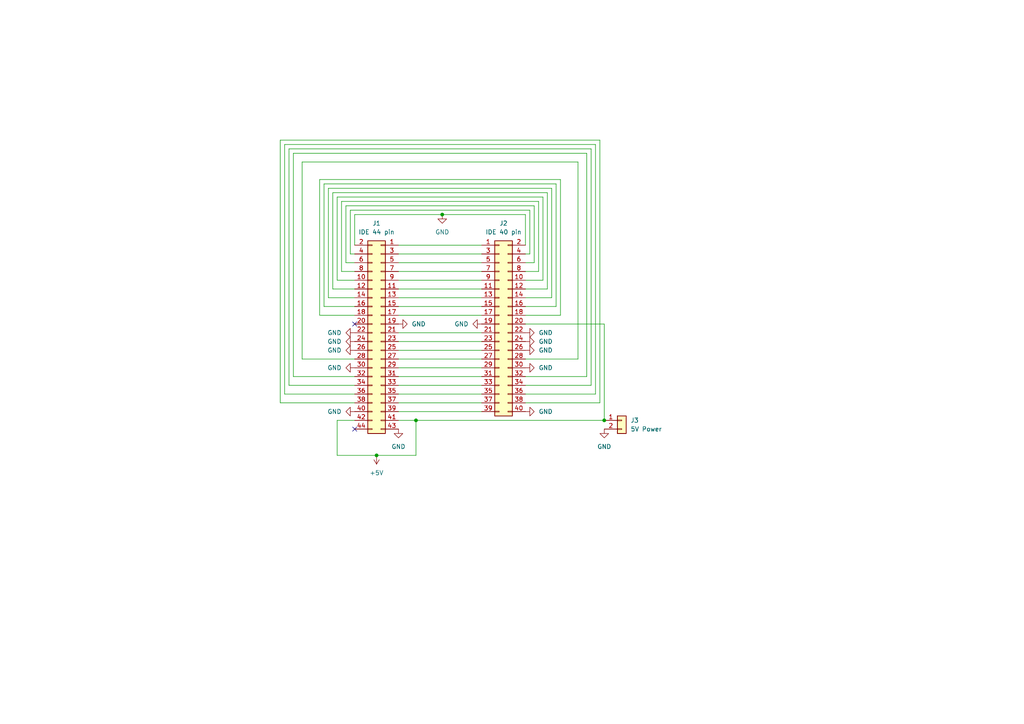
<source format=kicad_sch>
(kicad_sch (version 20211123) (generator eeschema)

  (uuid e63e39d7-6ac0-4ffd-8aa3-1841a4541b55)

  (paper "A4")

  (lib_symbols
    (symbol "Connector_Generic:Conn_01x02" (pin_names (offset 1.016) hide) (in_bom yes) (on_board yes)
      (property "Reference" "J" (id 0) (at 0 2.54 0)
        (effects (font (size 1.27 1.27)))
      )
      (property "Value" "Conn_01x02" (id 1) (at 0 -5.08 0)
        (effects (font (size 1.27 1.27)))
      )
      (property "Footprint" "" (id 2) (at 0 0 0)
        (effects (font (size 1.27 1.27)) hide)
      )
      (property "Datasheet" "~" (id 3) (at 0 0 0)
        (effects (font (size 1.27 1.27)) hide)
      )
      (property "ki_keywords" "connector" (id 4) (at 0 0 0)
        (effects (font (size 1.27 1.27)) hide)
      )
      (property "ki_description" "Generic connector, single row, 01x02, script generated (kicad-library-utils/schlib/autogen/connector/)" (id 5) (at 0 0 0)
        (effects (font (size 1.27 1.27)) hide)
      )
      (property "ki_fp_filters" "Connector*:*_1x??_*" (id 6) (at 0 0 0)
        (effects (font (size 1.27 1.27)) hide)
      )
      (symbol "Conn_01x02_1_1"
        (rectangle (start -1.27 -2.413) (end 0 -2.667)
          (stroke (width 0.1524) (type default) (color 0 0 0 0))
          (fill (type none))
        )
        (rectangle (start -1.27 0.127) (end 0 -0.127)
          (stroke (width 0.1524) (type default) (color 0 0 0 0))
          (fill (type none))
        )
        (rectangle (start -1.27 1.27) (end 1.27 -3.81)
          (stroke (width 0.254) (type default) (color 0 0 0 0))
          (fill (type background))
        )
        (pin passive line (at -5.08 0 0) (length 3.81)
          (name "Pin_1" (effects (font (size 1.27 1.27))))
          (number "1" (effects (font (size 1.27 1.27))))
        )
        (pin passive line (at -5.08 -2.54 0) (length 3.81)
          (name "Pin_2" (effects (font (size 1.27 1.27))))
          (number "2" (effects (font (size 1.27 1.27))))
        )
      )
    )
    (symbol "Connector_Generic:Conn_02x20_Odd_Even" (pin_names (offset 1.016) hide) (in_bom yes) (on_board yes)
      (property "Reference" "J" (id 0) (at 1.27 25.4 0)
        (effects (font (size 1.27 1.27)))
      )
      (property "Value" "Conn_02x20_Odd_Even" (id 1) (at 1.27 -27.94 0)
        (effects (font (size 1.27 1.27)))
      )
      (property "Footprint" "" (id 2) (at 0 0 0)
        (effects (font (size 1.27 1.27)) hide)
      )
      (property "Datasheet" "~" (id 3) (at 0 0 0)
        (effects (font (size 1.27 1.27)) hide)
      )
      (property "ki_keywords" "connector" (id 4) (at 0 0 0)
        (effects (font (size 1.27 1.27)) hide)
      )
      (property "ki_description" "Generic connector, double row, 02x20, odd/even pin numbering scheme (row 1 odd numbers, row 2 even numbers), script generated (kicad-library-utils/schlib/autogen/connector/)" (id 5) (at 0 0 0)
        (effects (font (size 1.27 1.27)) hide)
      )
      (property "ki_fp_filters" "Connector*:*_2x??_*" (id 6) (at 0 0 0)
        (effects (font (size 1.27 1.27)) hide)
      )
      (symbol "Conn_02x20_Odd_Even_1_1"
        (rectangle (start -1.27 -25.273) (end 0 -25.527)
          (stroke (width 0.1524) (type default) (color 0 0 0 0))
          (fill (type none))
        )
        (rectangle (start -1.27 -22.733) (end 0 -22.987)
          (stroke (width 0.1524) (type default) (color 0 0 0 0))
          (fill (type none))
        )
        (rectangle (start -1.27 -20.193) (end 0 -20.447)
          (stroke (width 0.1524) (type default) (color 0 0 0 0))
          (fill (type none))
        )
        (rectangle (start -1.27 -17.653) (end 0 -17.907)
          (stroke (width 0.1524) (type default) (color 0 0 0 0))
          (fill (type none))
        )
        (rectangle (start -1.27 -15.113) (end 0 -15.367)
          (stroke (width 0.1524) (type default) (color 0 0 0 0))
          (fill (type none))
        )
        (rectangle (start -1.27 -12.573) (end 0 -12.827)
          (stroke (width 0.1524) (type default) (color 0 0 0 0))
          (fill (type none))
        )
        (rectangle (start -1.27 -10.033) (end 0 -10.287)
          (stroke (width 0.1524) (type default) (color 0 0 0 0))
          (fill (type none))
        )
        (rectangle (start -1.27 -7.493) (end 0 -7.747)
          (stroke (width 0.1524) (type default) (color 0 0 0 0))
          (fill (type none))
        )
        (rectangle (start -1.27 -4.953) (end 0 -5.207)
          (stroke (width 0.1524) (type default) (color 0 0 0 0))
          (fill (type none))
        )
        (rectangle (start -1.27 -2.413) (end 0 -2.667)
          (stroke (width 0.1524) (type default) (color 0 0 0 0))
          (fill (type none))
        )
        (rectangle (start -1.27 0.127) (end 0 -0.127)
          (stroke (width 0.1524) (type default) (color 0 0 0 0))
          (fill (type none))
        )
        (rectangle (start -1.27 2.667) (end 0 2.413)
          (stroke (width 0.1524) (type default) (color 0 0 0 0))
          (fill (type none))
        )
        (rectangle (start -1.27 5.207) (end 0 4.953)
          (stroke (width 0.1524) (type default) (color 0 0 0 0))
          (fill (type none))
        )
        (rectangle (start -1.27 7.747) (end 0 7.493)
          (stroke (width 0.1524) (type default) (color 0 0 0 0))
          (fill (type none))
        )
        (rectangle (start -1.27 10.287) (end 0 10.033)
          (stroke (width 0.1524) (type default) (color 0 0 0 0))
          (fill (type none))
        )
        (rectangle (start -1.27 12.827) (end 0 12.573)
          (stroke (width 0.1524) (type default) (color 0 0 0 0))
          (fill (type none))
        )
        (rectangle (start -1.27 15.367) (end 0 15.113)
          (stroke (width 0.1524) (type default) (color 0 0 0 0))
          (fill (type none))
        )
        (rectangle (start -1.27 17.907) (end 0 17.653)
          (stroke (width 0.1524) (type default) (color 0 0 0 0))
          (fill (type none))
        )
        (rectangle (start -1.27 20.447) (end 0 20.193)
          (stroke (width 0.1524) (type default) (color 0 0 0 0))
          (fill (type none))
        )
        (rectangle (start -1.27 22.987) (end 0 22.733)
          (stroke (width 0.1524) (type default) (color 0 0 0 0))
          (fill (type none))
        )
        (rectangle (start -1.27 24.13) (end 3.81 -26.67)
          (stroke (width 0.254) (type default) (color 0 0 0 0))
          (fill (type background))
        )
        (rectangle (start 3.81 -25.273) (end 2.54 -25.527)
          (stroke (width 0.1524) (type default) (color 0 0 0 0))
          (fill (type none))
        )
        (rectangle (start 3.81 -22.733) (end 2.54 -22.987)
          (stroke (width 0.1524) (type default) (color 0 0 0 0))
          (fill (type none))
        )
        (rectangle (start 3.81 -20.193) (end 2.54 -20.447)
          (stroke (width 0.1524) (type default) (color 0 0 0 0))
          (fill (type none))
        )
        (rectangle (start 3.81 -17.653) (end 2.54 -17.907)
          (stroke (width 0.1524) (type default) (color 0 0 0 0))
          (fill (type none))
        )
        (rectangle (start 3.81 -15.113) (end 2.54 -15.367)
          (stroke (width 0.1524) (type default) (color 0 0 0 0))
          (fill (type none))
        )
        (rectangle (start 3.81 -12.573) (end 2.54 -12.827)
          (stroke (width 0.1524) (type default) (color 0 0 0 0))
          (fill (type none))
        )
        (rectangle (start 3.81 -10.033) (end 2.54 -10.287)
          (stroke (width 0.1524) (type default) (color 0 0 0 0))
          (fill (type none))
        )
        (rectangle (start 3.81 -7.493) (end 2.54 -7.747)
          (stroke (width 0.1524) (type default) (color 0 0 0 0))
          (fill (type none))
        )
        (rectangle (start 3.81 -4.953) (end 2.54 -5.207)
          (stroke (width 0.1524) (type default) (color 0 0 0 0))
          (fill (type none))
        )
        (rectangle (start 3.81 -2.413) (end 2.54 -2.667)
          (stroke (width 0.1524) (type default) (color 0 0 0 0))
          (fill (type none))
        )
        (rectangle (start 3.81 0.127) (end 2.54 -0.127)
          (stroke (width 0.1524) (type default) (color 0 0 0 0))
          (fill (type none))
        )
        (rectangle (start 3.81 2.667) (end 2.54 2.413)
          (stroke (width 0.1524) (type default) (color 0 0 0 0))
          (fill (type none))
        )
        (rectangle (start 3.81 5.207) (end 2.54 4.953)
          (stroke (width 0.1524) (type default) (color 0 0 0 0))
          (fill (type none))
        )
        (rectangle (start 3.81 7.747) (end 2.54 7.493)
          (stroke (width 0.1524) (type default) (color 0 0 0 0))
          (fill (type none))
        )
        (rectangle (start 3.81 10.287) (end 2.54 10.033)
          (stroke (width 0.1524) (type default) (color 0 0 0 0))
          (fill (type none))
        )
        (rectangle (start 3.81 12.827) (end 2.54 12.573)
          (stroke (width 0.1524) (type default) (color 0 0 0 0))
          (fill (type none))
        )
        (rectangle (start 3.81 15.367) (end 2.54 15.113)
          (stroke (width 0.1524) (type default) (color 0 0 0 0))
          (fill (type none))
        )
        (rectangle (start 3.81 17.907) (end 2.54 17.653)
          (stroke (width 0.1524) (type default) (color 0 0 0 0))
          (fill (type none))
        )
        (rectangle (start 3.81 20.447) (end 2.54 20.193)
          (stroke (width 0.1524) (type default) (color 0 0 0 0))
          (fill (type none))
        )
        (rectangle (start 3.81 22.987) (end 2.54 22.733)
          (stroke (width 0.1524) (type default) (color 0 0 0 0))
          (fill (type none))
        )
        (pin passive line (at -5.08 22.86 0) (length 3.81)
          (name "Pin_1" (effects (font (size 1.27 1.27))))
          (number "1" (effects (font (size 1.27 1.27))))
        )
        (pin passive line (at 7.62 12.7 180) (length 3.81)
          (name "Pin_10" (effects (font (size 1.27 1.27))))
          (number "10" (effects (font (size 1.27 1.27))))
        )
        (pin passive line (at -5.08 10.16 0) (length 3.81)
          (name "Pin_11" (effects (font (size 1.27 1.27))))
          (number "11" (effects (font (size 1.27 1.27))))
        )
        (pin passive line (at 7.62 10.16 180) (length 3.81)
          (name "Pin_12" (effects (font (size 1.27 1.27))))
          (number "12" (effects (font (size 1.27 1.27))))
        )
        (pin passive line (at -5.08 7.62 0) (length 3.81)
          (name "Pin_13" (effects (font (size 1.27 1.27))))
          (number "13" (effects (font (size 1.27 1.27))))
        )
        (pin passive line (at 7.62 7.62 180) (length 3.81)
          (name "Pin_14" (effects (font (size 1.27 1.27))))
          (number "14" (effects (font (size 1.27 1.27))))
        )
        (pin passive line (at -5.08 5.08 0) (length 3.81)
          (name "Pin_15" (effects (font (size 1.27 1.27))))
          (number "15" (effects (font (size 1.27 1.27))))
        )
        (pin passive line (at 7.62 5.08 180) (length 3.81)
          (name "Pin_16" (effects (font (size 1.27 1.27))))
          (number "16" (effects (font (size 1.27 1.27))))
        )
        (pin passive line (at -5.08 2.54 0) (length 3.81)
          (name "Pin_17" (effects (font (size 1.27 1.27))))
          (number "17" (effects (font (size 1.27 1.27))))
        )
        (pin passive line (at 7.62 2.54 180) (length 3.81)
          (name "Pin_18" (effects (font (size 1.27 1.27))))
          (number "18" (effects (font (size 1.27 1.27))))
        )
        (pin passive line (at -5.08 0 0) (length 3.81)
          (name "Pin_19" (effects (font (size 1.27 1.27))))
          (number "19" (effects (font (size 1.27 1.27))))
        )
        (pin passive line (at 7.62 22.86 180) (length 3.81)
          (name "Pin_2" (effects (font (size 1.27 1.27))))
          (number "2" (effects (font (size 1.27 1.27))))
        )
        (pin passive line (at 7.62 0 180) (length 3.81)
          (name "Pin_20" (effects (font (size 1.27 1.27))))
          (number "20" (effects (font (size 1.27 1.27))))
        )
        (pin passive line (at -5.08 -2.54 0) (length 3.81)
          (name "Pin_21" (effects (font (size 1.27 1.27))))
          (number "21" (effects (font (size 1.27 1.27))))
        )
        (pin passive line (at 7.62 -2.54 180) (length 3.81)
          (name "Pin_22" (effects (font (size 1.27 1.27))))
          (number "22" (effects (font (size 1.27 1.27))))
        )
        (pin passive line (at -5.08 -5.08 0) (length 3.81)
          (name "Pin_23" (effects (font (size 1.27 1.27))))
          (number "23" (effects (font (size 1.27 1.27))))
        )
        (pin passive line (at 7.62 -5.08 180) (length 3.81)
          (name "Pin_24" (effects (font (size 1.27 1.27))))
          (number "24" (effects (font (size 1.27 1.27))))
        )
        (pin passive line (at -5.08 -7.62 0) (length 3.81)
          (name "Pin_25" (effects (font (size 1.27 1.27))))
          (number "25" (effects (font (size 1.27 1.27))))
        )
        (pin passive line (at 7.62 -7.62 180) (length 3.81)
          (name "Pin_26" (effects (font (size 1.27 1.27))))
          (number "26" (effects (font (size 1.27 1.27))))
        )
        (pin passive line (at -5.08 -10.16 0) (length 3.81)
          (name "Pin_27" (effects (font (size 1.27 1.27))))
          (number "27" (effects (font (size 1.27 1.27))))
        )
        (pin passive line (at 7.62 -10.16 180) (length 3.81)
          (name "Pin_28" (effects (font (size 1.27 1.27))))
          (number "28" (effects (font (size 1.27 1.27))))
        )
        (pin passive line (at -5.08 -12.7 0) (length 3.81)
          (name "Pin_29" (effects (font (size 1.27 1.27))))
          (number "29" (effects (font (size 1.27 1.27))))
        )
        (pin passive line (at -5.08 20.32 0) (length 3.81)
          (name "Pin_3" (effects (font (size 1.27 1.27))))
          (number "3" (effects (font (size 1.27 1.27))))
        )
        (pin passive line (at 7.62 -12.7 180) (length 3.81)
          (name "Pin_30" (effects (font (size 1.27 1.27))))
          (number "30" (effects (font (size 1.27 1.27))))
        )
        (pin passive line (at -5.08 -15.24 0) (length 3.81)
          (name "Pin_31" (effects (font (size 1.27 1.27))))
          (number "31" (effects (font (size 1.27 1.27))))
        )
        (pin passive line (at 7.62 -15.24 180) (length 3.81)
          (name "Pin_32" (effects (font (size 1.27 1.27))))
          (number "32" (effects (font (size 1.27 1.27))))
        )
        (pin passive line (at -5.08 -17.78 0) (length 3.81)
          (name "Pin_33" (effects (font (size 1.27 1.27))))
          (number "33" (effects (font (size 1.27 1.27))))
        )
        (pin passive line (at 7.62 -17.78 180) (length 3.81)
          (name "Pin_34" (effects (font (size 1.27 1.27))))
          (number "34" (effects (font (size 1.27 1.27))))
        )
        (pin passive line (at -5.08 -20.32 0) (length 3.81)
          (name "Pin_35" (effects (font (size 1.27 1.27))))
          (number "35" (effects (font (size 1.27 1.27))))
        )
        (pin passive line (at 7.62 -20.32 180) (length 3.81)
          (name "Pin_36" (effects (font (size 1.27 1.27))))
          (number "36" (effects (font (size 1.27 1.27))))
        )
        (pin passive line (at -5.08 -22.86 0) (length 3.81)
          (name "Pin_37" (effects (font (size 1.27 1.27))))
          (number "37" (effects (font (size 1.27 1.27))))
        )
        (pin passive line (at 7.62 -22.86 180) (length 3.81)
          (name "Pin_38" (effects (font (size 1.27 1.27))))
          (number "38" (effects (font (size 1.27 1.27))))
        )
        (pin passive line (at -5.08 -25.4 0) (length 3.81)
          (name "Pin_39" (effects (font (size 1.27 1.27))))
          (number "39" (effects (font (size 1.27 1.27))))
        )
        (pin passive line (at 7.62 20.32 180) (length 3.81)
          (name "Pin_4" (effects (font (size 1.27 1.27))))
          (number "4" (effects (font (size 1.27 1.27))))
        )
        (pin passive line (at 7.62 -25.4 180) (length 3.81)
          (name "Pin_40" (effects (font (size 1.27 1.27))))
          (number "40" (effects (font (size 1.27 1.27))))
        )
        (pin passive line (at -5.08 17.78 0) (length 3.81)
          (name "Pin_5" (effects (font (size 1.27 1.27))))
          (number "5" (effects (font (size 1.27 1.27))))
        )
        (pin passive line (at 7.62 17.78 180) (length 3.81)
          (name "Pin_6" (effects (font (size 1.27 1.27))))
          (number "6" (effects (font (size 1.27 1.27))))
        )
        (pin passive line (at -5.08 15.24 0) (length 3.81)
          (name "Pin_7" (effects (font (size 1.27 1.27))))
          (number "7" (effects (font (size 1.27 1.27))))
        )
        (pin passive line (at 7.62 15.24 180) (length 3.81)
          (name "Pin_8" (effects (font (size 1.27 1.27))))
          (number "8" (effects (font (size 1.27 1.27))))
        )
        (pin passive line (at -5.08 12.7 0) (length 3.81)
          (name "Pin_9" (effects (font (size 1.27 1.27))))
          (number "9" (effects (font (size 1.27 1.27))))
        )
      )
    )
    (symbol "Connector_Generic:Conn_02x22_Odd_Even" (pin_names (offset 1.016) hide) (in_bom yes) (on_board yes)
      (property "Reference" "J" (id 0) (at 1.27 27.94 0)
        (effects (font (size 1.27 1.27)))
      )
      (property "Value" "Conn_02x22_Odd_Even" (id 1) (at 1.27 -30.48 0)
        (effects (font (size 1.27 1.27)))
      )
      (property "Footprint" "" (id 2) (at 0 0 0)
        (effects (font (size 1.27 1.27)) hide)
      )
      (property "Datasheet" "~" (id 3) (at 0 0 0)
        (effects (font (size 1.27 1.27)) hide)
      )
      (property "ki_keywords" "connector" (id 4) (at 0 0 0)
        (effects (font (size 1.27 1.27)) hide)
      )
      (property "ki_description" "Generic connector, double row, 02x22, odd/even pin numbering scheme (row 1 odd numbers, row 2 even numbers), script generated (kicad-library-utils/schlib/autogen/connector/)" (id 5) (at 0 0 0)
        (effects (font (size 1.27 1.27)) hide)
      )
      (property "ki_fp_filters" "Connector*:*_2x??_*" (id 6) (at 0 0 0)
        (effects (font (size 1.27 1.27)) hide)
      )
      (symbol "Conn_02x22_Odd_Even_1_1"
        (rectangle (start -1.27 -27.813) (end 0 -28.067)
          (stroke (width 0.1524) (type default) (color 0 0 0 0))
          (fill (type none))
        )
        (rectangle (start -1.27 -25.273) (end 0 -25.527)
          (stroke (width 0.1524) (type default) (color 0 0 0 0))
          (fill (type none))
        )
        (rectangle (start -1.27 -22.733) (end 0 -22.987)
          (stroke (width 0.1524) (type default) (color 0 0 0 0))
          (fill (type none))
        )
        (rectangle (start -1.27 -20.193) (end 0 -20.447)
          (stroke (width 0.1524) (type default) (color 0 0 0 0))
          (fill (type none))
        )
        (rectangle (start -1.27 -17.653) (end 0 -17.907)
          (stroke (width 0.1524) (type default) (color 0 0 0 0))
          (fill (type none))
        )
        (rectangle (start -1.27 -15.113) (end 0 -15.367)
          (stroke (width 0.1524) (type default) (color 0 0 0 0))
          (fill (type none))
        )
        (rectangle (start -1.27 -12.573) (end 0 -12.827)
          (stroke (width 0.1524) (type default) (color 0 0 0 0))
          (fill (type none))
        )
        (rectangle (start -1.27 -10.033) (end 0 -10.287)
          (stroke (width 0.1524) (type default) (color 0 0 0 0))
          (fill (type none))
        )
        (rectangle (start -1.27 -7.493) (end 0 -7.747)
          (stroke (width 0.1524) (type default) (color 0 0 0 0))
          (fill (type none))
        )
        (rectangle (start -1.27 -4.953) (end 0 -5.207)
          (stroke (width 0.1524) (type default) (color 0 0 0 0))
          (fill (type none))
        )
        (rectangle (start -1.27 -2.413) (end 0 -2.667)
          (stroke (width 0.1524) (type default) (color 0 0 0 0))
          (fill (type none))
        )
        (rectangle (start -1.27 0.127) (end 0 -0.127)
          (stroke (width 0.1524) (type default) (color 0 0 0 0))
          (fill (type none))
        )
        (rectangle (start -1.27 2.667) (end 0 2.413)
          (stroke (width 0.1524) (type default) (color 0 0 0 0))
          (fill (type none))
        )
        (rectangle (start -1.27 5.207) (end 0 4.953)
          (stroke (width 0.1524) (type default) (color 0 0 0 0))
          (fill (type none))
        )
        (rectangle (start -1.27 7.747) (end 0 7.493)
          (stroke (width 0.1524) (type default) (color 0 0 0 0))
          (fill (type none))
        )
        (rectangle (start -1.27 10.287) (end 0 10.033)
          (stroke (width 0.1524) (type default) (color 0 0 0 0))
          (fill (type none))
        )
        (rectangle (start -1.27 12.827) (end 0 12.573)
          (stroke (width 0.1524) (type default) (color 0 0 0 0))
          (fill (type none))
        )
        (rectangle (start -1.27 15.367) (end 0 15.113)
          (stroke (width 0.1524) (type default) (color 0 0 0 0))
          (fill (type none))
        )
        (rectangle (start -1.27 17.907) (end 0 17.653)
          (stroke (width 0.1524) (type default) (color 0 0 0 0))
          (fill (type none))
        )
        (rectangle (start -1.27 20.447) (end 0 20.193)
          (stroke (width 0.1524) (type default) (color 0 0 0 0))
          (fill (type none))
        )
        (rectangle (start -1.27 22.987) (end 0 22.733)
          (stroke (width 0.1524) (type default) (color 0 0 0 0))
          (fill (type none))
        )
        (rectangle (start -1.27 25.527) (end 0 25.273)
          (stroke (width 0.1524) (type default) (color 0 0 0 0))
          (fill (type none))
        )
        (rectangle (start -1.27 26.67) (end 3.81 -29.21)
          (stroke (width 0.254) (type default) (color 0 0 0 0))
          (fill (type background))
        )
        (rectangle (start 3.81 -27.813) (end 2.54 -28.067)
          (stroke (width 0.1524) (type default) (color 0 0 0 0))
          (fill (type none))
        )
        (rectangle (start 3.81 -25.273) (end 2.54 -25.527)
          (stroke (width 0.1524) (type default) (color 0 0 0 0))
          (fill (type none))
        )
        (rectangle (start 3.81 -22.733) (end 2.54 -22.987)
          (stroke (width 0.1524) (type default) (color 0 0 0 0))
          (fill (type none))
        )
        (rectangle (start 3.81 -20.193) (end 2.54 -20.447)
          (stroke (width 0.1524) (type default) (color 0 0 0 0))
          (fill (type none))
        )
        (rectangle (start 3.81 -17.653) (end 2.54 -17.907)
          (stroke (width 0.1524) (type default) (color 0 0 0 0))
          (fill (type none))
        )
        (rectangle (start 3.81 -15.113) (end 2.54 -15.367)
          (stroke (width 0.1524) (type default) (color 0 0 0 0))
          (fill (type none))
        )
        (rectangle (start 3.81 -12.573) (end 2.54 -12.827)
          (stroke (width 0.1524) (type default) (color 0 0 0 0))
          (fill (type none))
        )
        (rectangle (start 3.81 -10.033) (end 2.54 -10.287)
          (stroke (width 0.1524) (type default) (color 0 0 0 0))
          (fill (type none))
        )
        (rectangle (start 3.81 -7.493) (end 2.54 -7.747)
          (stroke (width 0.1524) (type default) (color 0 0 0 0))
          (fill (type none))
        )
        (rectangle (start 3.81 -4.953) (end 2.54 -5.207)
          (stroke (width 0.1524) (type default) (color 0 0 0 0))
          (fill (type none))
        )
        (rectangle (start 3.81 -2.413) (end 2.54 -2.667)
          (stroke (width 0.1524) (type default) (color 0 0 0 0))
          (fill (type none))
        )
        (rectangle (start 3.81 0.127) (end 2.54 -0.127)
          (stroke (width 0.1524) (type default) (color 0 0 0 0))
          (fill (type none))
        )
        (rectangle (start 3.81 2.667) (end 2.54 2.413)
          (stroke (width 0.1524) (type default) (color 0 0 0 0))
          (fill (type none))
        )
        (rectangle (start 3.81 5.207) (end 2.54 4.953)
          (stroke (width 0.1524) (type default) (color 0 0 0 0))
          (fill (type none))
        )
        (rectangle (start 3.81 7.747) (end 2.54 7.493)
          (stroke (width 0.1524) (type default) (color 0 0 0 0))
          (fill (type none))
        )
        (rectangle (start 3.81 10.287) (end 2.54 10.033)
          (stroke (width 0.1524) (type default) (color 0 0 0 0))
          (fill (type none))
        )
        (rectangle (start 3.81 12.827) (end 2.54 12.573)
          (stroke (width 0.1524) (type default) (color 0 0 0 0))
          (fill (type none))
        )
        (rectangle (start 3.81 15.367) (end 2.54 15.113)
          (stroke (width 0.1524) (type default) (color 0 0 0 0))
          (fill (type none))
        )
        (rectangle (start 3.81 17.907) (end 2.54 17.653)
          (stroke (width 0.1524) (type default) (color 0 0 0 0))
          (fill (type none))
        )
        (rectangle (start 3.81 20.447) (end 2.54 20.193)
          (stroke (width 0.1524) (type default) (color 0 0 0 0))
          (fill (type none))
        )
        (rectangle (start 3.81 22.987) (end 2.54 22.733)
          (stroke (width 0.1524) (type default) (color 0 0 0 0))
          (fill (type none))
        )
        (rectangle (start 3.81 25.527) (end 2.54 25.273)
          (stroke (width 0.1524) (type default) (color 0 0 0 0))
          (fill (type none))
        )
        (pin passive line (at -5.08 25.4 0) (length 3.81)
          (name "Pin_1" (effects (font (size 1.27 1.27))))
          (number "1" (effects (font (size 1.27 1.27))))
        )
        (pin passive line (at 7.62 15.24 180) (length 3.81)
          (name "Pin_10" (effects (font (size 1.27 1.27))))
          (number "10" (effects (font (size 1.27 1.27))))
        )
        (pin passive line (at -5.08 12.7 0) (length 3.81)
          (name "Pin_11" (effects (font (size 1.27 1.27))))
          (number "11" (effects (font (size 1.27 1.27))))
        )
        (pin passive line (at 7.62 12.7 180) (length 3.81)
          (name "Pin_12" (effects (font (size 1.27 1.27))))
          (number "12" (effects (font (size 1.27 1.27))))
        )
        (pin passive line (at -5.08 10.16 0) (length 3.81)
          (name "Pin_13" (effects (font (size 1.27 1.27))))
          (number "13" (effects (font (size 1.27 1.27))))
        )
        (pin passive line (at 7.62 10.16 180) (length 3.81)
          (name "Pin_14" (effects (font (size 1.27 1.27))))
          (number "14" (effects (font (size 1.27 1.27))))
        )
        (pin passive line (at -5.08 7.62 0) (length 3.81)
          (name "Pin_15" (effects (font (size 1.27 1.27))))
          (number "15" (effects (font (size 1.27 1.27))))
        )
        (pin passive line (at 7.62 7.62 180) (length 3.81)
          (name "Pin_16" (effects (font (size 1.27 1.27))))
          (number "16" (effects (font (size 1.27 1.27))))
        )
        (pin passive line (at -5.08 5.08 0) (length 3.81)
          (name "Pin_17" (effects (font (size 1.27 1.27))))
          (number "17" (effects (font (size 1.27 1.27))))
        )
        (pin passive line (at 7.62 5.08 180) (length 3.81)
          (name "Pin_18" (effects (font (size 1.27 1.27))))
          (number "18" (effects (font (size 1.27 1.27))))
        )
        (pin passive line (at -5.08 2.54 0) (length 3.81)
          (name "Pin_19" (effects (font (size 1.27 1.27))))
          (number "19" (effects (font (size 1.27 1.27))))
        )
        (pin passive line (at 7.62 25.4 180) (length 3.81)
          (name "Pin_2" (effects (font (size 1.27 1.27))))
          (number "2" (effects (font (size 1.27 1.27))))
        )
        (pin passive line (at 7.62 2.54 180) (length 3.81)
          (name "Pin_20" (effects (font (size 1.27 1.27))))
          (number "20" (effects (font (size 1.27 1.27))))
        )
        (pin passive line (at -5.08 0 0) (length 3.81)
          (name "Pin_21" (effects (font (size 1.27 1.27))))
          (number "21" (effects (font (size 1.27 1.27))))
        )
        (pin passive line (at 7.62 0 180) (length 3.81)
          (name "Pin_22" (effects (font (size 1.27 1.27))))
          (number "22" (effects (font (size 1.27 1.27))))
        )
        (pin passive line (at -5.08 -2.54 0) (length 3.81)
          (name "Pin_23" (effects (font (size 1.27 1.27))))
          (number "23" (effects (font (size 1.27 1.27))))
        )
        (pin passive line (at 7.62 -2.54 180) (length 3.81)
          (name "Pin_24" (effects (font (size 1.27 1.27))))
          (number "24" (effects (font (size 1.27 1.27))))
        )
        (pin passive line (at -5.08 -5.08 0) (length 3.81)
          (name "Pin_25" (effects (font (size 1.27 1.27))))
          (number "25" (effects (font (size 1.27 1.27))))
        )
        (pin passive line (at 7.62 -5.08 180) (length 3.81)
          (name "Pin_26" (effects (font (size 1.27 1.27))))
          (number "26" (effects (font (size 1.27 1.27))))
        )
        (pin passive line (at -5.08 -7.62 0) (length 3.81)
          (name "Pin_27" (effects (font (size 1.27 1.27))))
          (number "27" (effects (font (size 1.27 1.27))))
        )
        (pin passive line (at 7.62 -7.62 180) (length 3.81)
          (name "Pin_28" (effects (font (size 1.27 1.27))))
          (number "28" (effects (font (size 1.27 1.27))))
        )
        (pin passive line (at -5.08 -10.16 0) (length 3.81)
          (name "Pin_29" (effects (font (size 1.27 1.27))))
          (number "29" (effects (font (size 1.27 1.27))))
        )
        (pin passive line (at -5.08 22.86 0) (length 3.81)
          (name "Pin_3" (effects (font (size 1.27 1.27))))
          (number "3" (effects (font (size 1.27 1.27))))
        )
        (pin passive line (at 7.62 -10.16 180) (length 3.81)
          (name "Pin_30" (effects (font (size 1.27 1.27))))
          (number "30" (effects (font (size 1.27 1.27))))
        )
        (pin passive line (at -5.08 -12.7 0) (length 3.81)
          (name "Pin_31" (effects (font (size 1.27 1.27))))
          (number "31" (effects (font (size 1.27 1.27))))
        )
        (pin passive line (at 7.62 -12.7 180) (length 3.81)
          (name "Pin_32" (effects (font (size 1.27 1.27))))
          (number "32" (effects (font (size 1.27 1.27))))
        )
        (pin passive line (at -5.08 -15.24 0) (length 3.81)
          (name "Pin_33" (effects (font (size 1.27 1.27))))
          (number "33" (effects (font (size 1.27 1.27))))
        )
        (pin passive line (at 7.62 -15.24 180) (length 3.81)
          (name "Pin_34" (effects (font (size 1.27 1.27))))
          (number "34" (effects (font (size 1.27 1.27))))
        )
        (pin passive line (at -5.08 -17.78 0) (length 3.81)
          (name "Pin_35" (effects (font (size 1.27 1.27))))
          (number "35" (effects (font (size 1.27 1.27))))
        )
        (pin passive line (at 7.62 -17.78 180) (length 3.81)
          (name "Pin_36" (effects (font (size 1.27 1.27))))
          (number "36" (effects (font (size 1.27 1.27))))
        )
        (pin passive line (at -5.08 -20.32 0) (length 3.81)
          (name "Pin_37" (effects (font (size 1.27 1.27))))
          (number "37" (effects (font (size 1.27 1.27))))
        )
        (pin passive line (at 7.62 -20.32 180) (length 3.81)
          (name "Pin_38" (effects (font (size 1.27 1.27))))
          (number "38" (effects (font (size 1.27 1.27))))
        )
        (pin passive line (at -5.08 -22.86 0) (length 3.81)
          (name "Pin_39" (effects (font (size 1.27 1.27))))
          (number "39" (effects (font (size 1.27 1.27))))
        )
        (pin passive line (at 7.62 22.86 180) (length 3.81)
          (name "Pin_4" (effects (font (size 1.27 1.27))))
          (number "4" (effects (font (size 1.27 1.27))))
        )
        (pin passive line (at 7.62 -22.86 180) (length 3.81)
          (name "Pin_40" (effects (font (size 1.27 1.27))))
          (number "40" (effects (font (size 1.27 1.27))))
        )
        (pin passive line (at -5.08 -25.4 0) (length 3.81)
          (name "Pin_41" (effects (font (size 1.27 1.27))))
          (number "41" (effects (font (size 1.27 1.27))))
        )
        (pin passive line (at 7.62 -25.4 180) (length 3.81)
          (name "Pin_42" (effects (font (size 1.27 1.27))))
          (number "42" (effects (font (size 1.27 1.27))))
        )
        (pin passive line (at -5.08 -27.94 0) (length 3.81)
          (name "Pin_43" (effects (font (size 1.27 1.27))))
          (number "43" (effects (font (size 1.27 1.27))))
        )
        (pin passive line (at 7.62 -27.94 180) (length 3.81)
          (name "Pin_44" (effects (font (size 1.27 1.27))))
          (number "44" (effects (font (size 1.27 1.27))))
        )
        (pin passive line (at -5.08 20.32 0) (length 3.81)
          (name "Pin_5" (effects (font (size 1.27 1.27))))
          (number "5" (effects (font (size 1.27 1.27))))
        )
        (pin passive line (at 7.62 20.32 180) (length 3.81)
          (name "Pin_6" (effects (font (size 1.27 1.27))))
          (number "6" (effects (font (size 1.27 1.27))))
        )
        (pin passive line (at -5.08 17.78 0) (length 3.81)
          (name "Pin_7" (effects (font (size 1.27 1.27))))
          (number "7" (effects (font (size 1.27 1.27))))
        )
        (pin passive line (at 7.62 17.78 180) (length 3.81)
          (name "Pin_8" (effects (font (size 1.27 1.27))))
          (number "8" (effects (font (size 1.27 1.27))))
        )
        (pin passive line (at -5.08 15.24 0) (length 3.81)
          (name "Pin_9" (effects (font (size 1.27 1.27))))
          (number "9" (effects (font (size 1.27 1.27))))
        )
      )
    )
    (symbol "power:+5V" (power) (pin_names (offset 0)) (in_bom yes) (on_board yes)
      (property "Reference" "#PWR" (id 0) (at 0 -3.81 0)
        (effects (font (size 1.27 1.27)) hide)
      )
      (property "Value" "+5V" (id 1) (at 0 3.556 0)
        (effects (font (size 1.27 1.27)))
      )
      (property "Footprint" "" (id 2) (at 0 0 0)
        (effects (font (size 1.27 1.27)) hide)
      )
      (property "Datasheet" "" (id 3) (at 0 0 0)
        (effects (font (size 1.27 1.27)) hide)
      )
      (property "ki_keywords" "power-flag" (id 4) (at 0 0 0)
        (effects (font (size 1.27 1.27)) hide)
      )
      (property "ki_description" "Power symbol creates a global label with name \"+5V\"" (id 5) (at 0 0 0)
        (effects (font (size 1.27 1.27)) hide)
      )
      (symbol "+5V_0_1"
        (polyline
          (pts
            (xy -0.762 1.27)
            (xy 0 2.54)
          )
          (stroke (width 0) (type default) (color 0 0 0 0))
          (fill (type none))
        )
        (polyline
          (pts
            (xy 0 0)
            (xy 0 2.54)
          )
          (stroke (width 0) (type default) (color 0 0 0 0))
          (fill (type none))
        )
        (polyline
          (pts
            (xy 0 2.54)
            (xy 0.762 1.27)
          )
          (stroke (width 0) (type default) (color 0 0 0 0))
          (fill (type none))
        )
      )
      (symbol "+5V_1_1"
        (pin power_in line (at 0 0 90) (length 0) hide
          (name "+5V" (effects (font (size 1.27 1.27))))
          (number "1" (effects (font (size 1.27 1.27))))
        )
      )
    )
    (symbol "power:GND" (power) (pin_names (offset 0)) (in_bom yes) (on_board yes)
      (property "Reference" "#PWR" (id 0) (at 0 -6.35 0)
        (effects (font (size 1.27 1.27)) hide)
      )
      (property "Value" "GND" (id 1) (at 0 -3.81 0)
        (effects (font (size 1.27 1.27)))
      )
      (property "Footprint" "" (id 2) (at 0 0 0)
        (effects (font (size 1.27 1.27)) hide)
      )
      (property "Datasheet" "" (id 3) (at 0 0 0)
        (effects (font (size 1.27 1.27)) hide)
      )
      (property "ki_keywords" "power-flag" (id 4) (at 0 0 0)
        (effects (font (size 1.27 1.27)) hide)
      )
      (property "ki_description" "Power symbol creates a global label with name \"GND\" , ground" (id 5) (at 0 0 0)
        (effects (font (size 1.27 1.27)) hide)
      )
      (symbol "GND_0_1"
        (polyline
          (pts
            (xy 0 0)
            (xy 0 -1.27)
            (xy 1.27 -1.27)
            (xy 0 -2.54)
            (xy -1.27 -1.27)
            (xy 0 -1.27)
          )
          (stroke (width 0) (type default) (color 0 0 0 0))
          (fill (type none))
        )
      )
      (symbol "GND_1_1"
        (pin power_in line (at 0 0 270) (length 0) hide
          (name "GND" (effects (font (size 1.27 1.27))))
          (number "1" (effects (font (size 1.27 1.27))))
        )
      )
    )
  )

  (junction (at 128.27 62.23) (diameter 0) (color 0 0 0 0)
    (uuid 7ffcc817-1b0b-40ea-9fce-5233a1f37719)
  )
  (junction (at 175.26 121.92) (diameter 0) (color 0 0 0 0)
    (uuid b9a45cb5-c140-487a-ac21-29936486c7d5)
  )
  (junction (at 109.22 132.08) (diameter 0) (color 0 0 0 0)
    (uuid e1e6735b-83b9-48f2-b69a-3f60cb6c7d22)
  )
  (junction (at 120.65 121.92) (diameter 0) (color 0 0 0 0)
    (uuid e41af935-99c7-4a0b-9924-e5ad0598bd2d)
  )

  (no_connect (at 102.87 124.46) (uuid 1c99880a-6448-4140-ad06-2d54e078a49b))
  (no_connect (at 102.87 93.98) (uuid 7d462d61-a0c7-4654-99dd-ed0db566ff96))

  (wire (pts (xy 161.29 88.9) (xy 152.4 88.9))
    (stroke (width 0) (type default) (color 0 0 0 0))
    (uuid 04a9410d-9f16-415e-9c69-c4fa3c595c15)
  )
  (wire (pts (xy 87.63 46.99) (xy 87.63 104.14))
    (stroke (width 0) (type default) (color 0 0 0 0))
    (uuid 07d8b9e7-0815-4061-8de0-5c9b5d0f26aa)
  )
  (wire (pts (xy 162.56 91.44) (xy 162.56 52.07))
    (stroke (width 0) (type default) (color 0 0 0 0))
    (uuid 0c8de49f-64be-42ac-a7f4-5a3908664434)
  )
  (wire (pts (xy 160.02 54.61) (xy 160.02 86.36))
    (stroke (width 0) (type default) (color 0 0 0 0))
    (uuid 0e853998-0d56-4746-8012-7d2b193eab3b)
  )
  (wire (pts (xy 109.22 132.08) (xy 120.65 132.08))
    (stroke (width 0) (type default) (color 0 0 0 0))
    (uuid 10abe5ff-7267-4a7a-b112-4114bbd2e2ce)
  )
  (wire (pts (xy 158.75 83.82) (xy 152.4 83.82))
    (stroke (width 0) (type default) (color 0 0 0 0))
    (uuid 1120c7a6-e606-43d0-95ff-f9cad19ea9e9)
  )
  (wire (pts (xy 115.57 104.14) (xy 139.7 104.14))
    (stroke (width 0) (type default) (color 0 0 0 0))
    (uuid 14015b63-54ce-4e0e-9698-fcc940da5f21)
  )
  (wire (pts (xy 115.57 73.66) (xy 139.7 73.66))
    (stroke (width 0) (type default) (color 0 0 0 0))
    (uuid 14d88b2f-e2ab-4c1c-b489-d68a2a5d8f14)
  )
  (wire (pts (xy 175.26 121.92) (xy 175.26 93.98))
    (stroke (width 0) (type default) (color 0 0 0 0))
    (uuid 16a67030-e38a-4d26-a8bf-826ae16f995f)
  )
  (wire (pts (xy 115.57 86.36) (xy 139.7 86.36))
    (stroke (width 0) (type default) (color 0 0 0 0))
    (uuid 1809ffde-d839-4196-95ca-4fb5acab08d4)
  )
  (wire (pts (xy 96.52 83.82) (xy 96.52 55.88))
    (stroke (width 0) (type default) (color 0 0 0 0))
    (uuid 195c32ad-336c-48f6-b5ae-6e3b44ddae2e)
  )
  (wire (pts (xy 102.87 81.28) (xy 97.79 81.28))
    (stroke (width 0) (type default) (color 0 0 0 0))
    (uuid 19e03d7e-0f88-402d-984c-a4843a1bc72a)
  )
  (wire (pts (xy 120.65 121.92) (xy 115.57 121.92))
    (stroke (width 0) (type default) (color 0 0 0 0))
    (uuid 1b902c96-3bc0-49b1-aa9b-7bb00ad2cda8)
  )
  (wire (pts (xy 172.72 114.3) (xy 172.72 41.91))
    (stroke (width 0) (type default) (color 0 0 0 0))
    (uuid 1d8462eb-6282-456a-939c-4a3a3eb61453)
  )
  (wire (pts (xy 167.64 46.99) (xy 87.63 46.99))
    (stroke (width 0) (type default) (color 0 0 0 0))
    (uuid 1dfd3899-f982-46ec-aad1-1384e39aad1a)
  )
  (wire (pts (xy 157.48 57.15) (xy 157.48 81.28))
    (stroke (width 0) (type default) (color 0 0 0 0))
    (uuid 1eb35457-e836-4ea6-a64f-1a6f1b73f965)
  )
  (wire (pts (xy 97.79 57.15) (xy 157.48 57.15))
    (stroke (width 0) (type default) (color 0 0 0 0))
    (uuid 1ef8798e-ed23-4e3e-996e-0bb9256a2293)
  )
  (wire (pts (xy 170.18 109.22) (xy 170.18 44.45))
    (stroke (width 0) (type default) (color 0 0 0 0))
    (uuid 1fede027-f4cb-43df-8d53-de4cb86a7ea7)
  )
  (wire (pts (xy 93.98 53.34) (xy 161.29 53.34))
    (stroke (width 0) (type default) (color 0 0 0 0))
    (uuid 24c1697f-6ef4-40b0-9e85-eaadd2a598a1)
  )
  (wire (pts (xy 115.57 119.38) (xy 139.7 119.38))
    (stroke (width 0) (type default) (color 0 0 0 0))
    (uuid 334d2aea-23a6-47a1-8548-51ea33472ce4)
  )
  (wire (pts (xy 160.02 86.36) (xy 152.4 86.36))
    (stroke (width 0) (type default) (color 0 0 0 0))
    (uuid 37d815d9-e3b7-4148-858f-da027f872960)
  )
  (wire (pts (xy 85.09 44.45) (xy 85.09 109.22))
    (stroke (width 0) (type default) (color 0 0 0 0))
    (uuid 3a801748-6d9e-4dca-8ee5-5a13de14e9f3)
  )
  (wire (pts (xy 152.4 62.23) (xy 152.4 71.12))
    (stroke (width 0) (type default) (color 0 0 0 0))
    (uuid 3b9d14ad-81c0-42fa-a13b-7c041e56e41e)
  )
  (wire (pts (xy 83.82 111.76) (xy 102.87 111.76))
    (stroke (width 0) (type default) (color 0 0 0 0))
    (uuid 3c09b8de-30ff-471c-9c06-d20185dc4957)
  )
  (wire (pts (xy 102.87 121.92) (xy 97.79 121.92))
    (stroke (width 0) (type default) (color 0 0 0 0))
    (uuid 3d90e24d-6dcc-4ef1-8441-5cbd72af7209)
  )
  (wire (pts (xy 97.79 132.08) (xy 109.22 132.08))
    (stroke (width 0) (type default) (color 0 0 0 0))
    (uuid 3db4e417-8e00-4dba-8600-7dea41d2c691)
  )
  (wire (pts (xy 167.64 104.14) (xy 167.64 46.99))
    (stroke (width 0) (type default) (color 0 0 0 0))
    (uuid 424358fa-0908-4959-b9e7-6f8b89508a13)
  )
  (wire (pts (xy 156.21 58.42) (xy 156.21 78.74))
    (stroke (width 0) (type default) (color 0 0 0 0))
    (uuid 447374da-29f6-4b8a-ada6-5ec3bfbb88f5)
  )
  (wire (pts (xy 115.57 101.6) (xy 139.7 101.6))
    (stroke (width 0) (type default) (color 0 0 0 0))
    (uuid 468abf45-29da-4b34-8993-946ffcba34ac)
  )
  (wire (pts (xy 102.87 86.36) (xy 95.25 86.36))
    (stroke (width 0) (type default) (color 0 0 0 0))
    (uuid 470c27c9-78f6-4aeb-8d2f-6c144562f4d0)
  )
  (wire (pts (xy 99.06 58.42) (xy 156.21 58.42))
    (stroke (width 0) (type default) (color 0 0 0 0))
    (uuid 48edfec8-0300-4147-bcff-4ea3c14bc852)
  )
  (wire (pts (xy 153.67 73.66) (xy 152.4 73.66))
    (stroke (width 0) (type default) (color 0 0 0 0))
    (uuid 4b2990fe-ba4e-43b0-a4ca-eae9ee5b451a)
  )
  (wire (pts (xy 173.99 116.84) (xy 173.99 40.64))
    (stroke (width 0) (type default) (color 0 0 0 0))
    (uuid 52d25a31-da27-4389-8404-35c79d4e8e0b)
  )
  (wire (pts (xy 115.57 78.74) (xy 139.7 78.74))
    (stroke (width 0) (type default) (color 0 0 0 0))
    (uuid 550f0640-8047-4233-9ef3-d7771db4169c)
  )
  (wire (pts (xy 115.57 109.22) (xy 139.7 109.22))
    (stroke (width 0) (type default) (color 0 0 0 0))
    (uuid 574d5065-f79d-4379-ba29-a6ba00d9e137)
  )
  (wire (pts (xy 99.06 78.74) (xy 99.06 58.42))
    (stroke (width 0) (type default) (color 0 0 0 0))
    (uuid 593e50a7-7ed3-42a3-8a6e-1252992af59d)
  )
  (wire (pts (xy 152.4 109.22) (xy 170.18 109.22))
    (stroke (width 0) (type default) (color 0 0 0 0))
    (uuid 5d9fdbd7-23f7-4aa0-94d9-419292e84138)
  )
  (wire (pts (xy 82.55 114.3) (xy 102.87 114.3))
    (stroke (width 0) (type default) (color 0 0 0 0))
    (uuid 5f15fa2c-fe87-46d8-a652-e0d24bc4f661)
  )
  (wire (pts (xy 115.57 81.28) (xy 139.7 81.28))
    (stroke (width 0) (type default) (color 0 0 0 0))
    (uuid 5f91e67c-921b-46b2-a3f7-51cb111a63b3)
  )
  (wire (pts (xy 170.18 44.45) (xy 85.09 44.45))
    (stroke (width 0) (type default) (color 0 0 0 0))
    (uuid 5fb0c1f6-b145-4aca-8f48-715ddf6b7d5e)
  )
  (wire (pts (xy 97.79 121.92) (xy 97.79 132.08))
    (stroke (width 0) (type default) (color 0 0 0 0))
    (uuid 6022daa0-3a9b-4256-9318-d3505eace248)
  )
  (wire (pts (xy 115.57 96.52) (xy 139.7 96.52))
    (stroke (width 0) (type default) (color 0 0 0 0))
    (uuid 620b18af-ec5e-4aec-ae8f-bb2de1ca211d)
  )
  (wire (pts (xy 102.87 88.9) (xy 93.98 88.9))
    (stroke (width 0) (type default) (color 0 0 0 0))
    (uuid 62196198-6ce4-4bc7-8e57-20da6f373485)
  )
  (wire (pts (xy 128.27 62.23) (xy 152.4 62.23))
    (stroke (width 0) (type default) (color 0 0 0 0))
    (uuid 63ad98f8-cc4e-4724-a3b9-4c2c467e3825)
  )
  (wire (pts (xy 92.71 91.44) (xy 102.87 91.44))
    (stroke (width 0) (type default) (color 0 0 0 0))
    (uuid 68e6c6fc-4a3d-4aa2-b43e-596116c4b1b4)
  )
  (wire (pts (xy 153.67 60.96) (xy 153.67 73.66))
    (stroke (width 0) (type default) (color 0 0 0 0))
    (uuid 690b67da-0d2e-48a3-9239-530236f6dd5b)
  )
  (wire (pts (xy 152.4 116.84) (xy 173.99 116.84))
    (stroke (width 0) (type default) (color 0 0 0 0))
    (uuid 6d32f487-1288-483f-8423-299f895eaa7d)
  )
  (wire (pts (xy 115.57 88.9) (xy 139.7 88.9))
    (stroke (width 0) (type default) (color 0 0 0 0))
    (uuid 6d849ac5-0ae1-4605-94be-f47a8af2295a)
  )
  (wire (pts (xy 93.98 88.9) (xy 93.98 53.34))
    (stroke (width 0) (type default) (color 0 0 0 0))
    (uuid 71eaa40a-faf4-492a-aa10-49a5cdcc3365)
  )
  (wire (pts (xy 120.65 132.08) (xy 120.65 121.92))
    (stroke (width 0) (type default) (color 0 0 0 0))
    (uuid 77fe34cf-a9ba-4112-81ff-6785fbe7cfb0)
  )
  (wire (pts (xy 87.63 104.14) (xy 102.87 104.14))
    (stroke (width 0) (type default) (color 0 0 0 0))
    (uuid 78d16e63-b8ef-4e8b-b509-e768d36b4c4f)
  )
  (wire (pts (xy 156.21 78.74) (xy 152.4 78.74))
    (stroke (width 0) (type default) (color 0 0 0 0))
    (uuid 7a93b59d-e469-4406-ac7e-7d62cbcd734b)
  )
  (wire (pts (xy 173.99 40.64) (xy 81.28 40.64))
    (stroke (width 0) (type default) (color 0 0 0 0))
    (uuid 7f897776-7040-4e9a-b226-803fe677696c)
  )
  (wire (pts (xy 102.87 76.2) (xy 100.33 76.2))
    (stroke (width 0) (type default) (color 0 0 0 0))
    (uuid 7ff55e3e-0c1c-4979-bdf8-ff1380ac5586)
  )
  (wire (pts (xy 154.94 76.2) (xy 152.4 76.2))
    (stroke (width 0) (type default) (color 0 0 0 0))
    (uuid 8a177a4b-d220-4f13-b04d-ce6517ff8a41)
  )
  (wire (pts (xy 81.28 116.84) (xy 102.87 116.84))
    (stroke (width 0) (type default) (color 0 0 0 0))
    (uuid 8aa90af1-ddbe-4756-9563-3e44e1582f86)
  )
  (wire (pts (xy 96.52 55.88) (xy 158.75 55.88))
    (stroke (width 0) (type default) (color 0 0 0 0))
    (uuid 8b73484e-aa28-423d-9b63-6a6abd09da6a)
  )
  (wire (pts (xy 115.57 91.44) (xy 139.7 91.44))
    (stroke (width 0) (type default) (color 0 0 0 0))
    (uuid 8d87fdd8-1fb9-4c2a-a288-bc68aedbb0a1)
  )
  (wire (pts (xy 82.55 41.91) (xy 82.55 114.3))
    (stroke (width 0) (type default) (color 0 0 0 0))
    (uuid 901f297b-40ea-4ae4-95f1-25a90c2a544e)
  )
  (wire (pts (xy 115.57 71.12) (xy 139.7 71.12))
    (stroke (width 0) (type default) (color 0 0 0 0))
    (uuid 905638ed-b1e5-47c6-814d-d4913fe09305)
  )
  (wire (pts (xy 154.94 59.69) (xy 154.94 76.2))
    (stroke (width 0) (type default) (color 0 0 0 0))
    (uuid 927d3122-4de3-4e04-b0e1-258d0cc0af01)
  )
  (wire (pts (xy 95.25 86.36) (xy 95.25 54.61))
    (stroke (width 0) (type default) (color 0 0 0 0))
    (uuid 941b0503-dde4-40a5-84ed-89ed107d2534)
  )
  (wire (pts (xy 157.48 81.28) (xy 152.4 81.28))
    (stroke (width 0) (type default) (color 0 0 0 0))
    (uuid 94b5f3c6-5efd-435f-a0ea-161c410fe17b)
  )
  (wire (pts (xy 115.57 99.06) (xy 139.7 99.06))
    (stroke (width 0) (type default) (color 0 0 0 0))
    (uuid 96ff8087-b59a-40ba-a3f7-98a16d877969)
  )
  (wire (pts (xy 162.56 52.07) (xy 92.71 52.07))
    (stroke (width 0) (type default) (color 0 0 0 0))
    (uuid 9bcef652-600a-4eeb-9435-a4206c36742c)
  )
  (wire (pts (xy 152.4 104.14) (xy 167.64 104.14))
    (stroke (width 0) (type default) (color 0 0 0 0))
    (uuid 9c3ad855-6971-494d-9ff7-5aebc64563bb)
  )
  (wire (pts (xy 171.45 111.76) (xy 171.45 43.18))
    (stroke (width 0) (type default) (color 0 0 0 0))
    (uuid 9f83eb8d-d851-4d88-8c98-e1b2cf41cfe3)
  )
  (wire (pts (xy 152.4 111.76) (xy 171.45 111.76))
    (stroke (width 0) (type default) (color 0 0 0 0))
    (uuid a79bbbaf-11a5-42ed-bdc4-c984f52508f3)
  )
  (wire (pts (xy 102.87 83.82) (xy 96.52 83.82))
    (stroke (width 0) (type default) (color 0 0 0 0))
    (uuid a7a118ea-225a-4cdd-9848-13a2ab303083)
  )
  (wire (pts (xy 115.57 116.84) (xy 139.7 116.84))
    (stroke (width 0) (type default) (color 0 0 0 0))
    (uuid a94e32e4-9213-4d6c-a537-94544302eb53)
  )
  (wire (pts (xy 120.65 121.92) (xy 175.26 121.92))
    (stroke (width 0) (type default) (color 0 0 0 0))
    (uuid aa6ec312-fc81-4ac5-97c7-58c2c00c65d0)
  )
  (wire (pts (xy 175.26 93.98) (xy 152.4 93.98))
    (stroke (width 0) (type default) (color 0 0 0 0))
    (uuid ad48b145-c60a-476a-be21-b5c8a89dce56)
  )
  (wire (pts (xy 115.57 114.3) (xy 139.7 114.3))
    (stroke (width 0) (type default) (color 0 0 0 0))
    (uuid b2ef8eff-383d-44c4-9e67-d98f862692ff)
  )
  (wire (pts (xy 115.57 83.82) (xy 139.7 83.82))
    (stroke (width 0) (type default) (color 0 0 0 0))
    (uuid b59bc9f6-cec9-47e8-a50a-bda4634d9452)
  )
  (wire (pts (xy 92.71 52.07) (xy 92.71 91.44))
    (stroke (width 0) (type default) (color 0 0 0 0))
    (uuid b5a68078-da84-41cc-9e7f-dede42cc9554)
  )
  (wire (pts (xy 152.4 91.44) (xy 162.56 91.44))
    (stroke (width 0) (type default) (color 0 0 0 0))
    (uuid b65bb4cf-f193-4716-8a5a-c95634fd8120)
  )
  (wire (pts (xy 115.57 111.76) (xy 139.7 111.76))
    (stroke (width 0) (type default) (color 0 0 0 0))
    (uuid b7a0c72d-915a-42db-b731-5fbc793946af)
  )
  (wire (pts (xy 100.33 59.69) (xy 154.94 59.69))
    (stroke (width 0) (type default) (color 0 0 0 0))
    (uuid b7e1e0a3-ce89-43cc-8cfc-deff1dc1a413)
  )
  (wire (pts (xy 83.82 43.18) (xy 83.82 111.76))
    (stroke (width 0) (type default) (color 0 0 0 0))
    (uuid baebbb4b-10aa-4c98-8dd1-6f5e45f598fc)
  )
  (wire (pts (xy 115.57 76.2) (xy 139.7 76.2))
    (stroke (width 0) (type default) (color 0 0 0 0))
    (uuid c489b99c-005f-464a-8d79-7b7c76c6e2e9)
  )
  (wire (pts (xy 172.72 41.91) (xy 82.55 41.91))
    (stroke (width 0) (type default) (color 0 0 0 0))
    (uuid ca798cc9-36b7-4694-8792-454ae0768d1a)
  )
  (wire (pts (xy 161.29 53.34) (xy 161.29 88.9))
    (stroke (width 0) (type default) (color 0 0 0 0))
    (uuid cd944b41-894f-4059-95c0-cdc0327fa74b)
  )
  (wire (pts (xy 81.28 40.64) (xy 81.28 116.84))
    (stroke (width 0) (type default) (color 0 0 0 0))
    (uuid d2d7a12a-b03c-4068-9964-d7938f6f26c5)
  )
  (wire (pts (xy 101.6 73.66) (xy 101.6 60.96))
    (stroke (width 0) (type default) (color 0 0 0 0))
    (uuid d75a1aa9-7d61-4c3e-8d98-9e098b956004)
  )
  (wire (pts (xy 158.75 55.88) (xy 158.75 83.82))
    (stroke (width 0) (type default) (color 0 0 0 0))
    (uuid d9c39862-27c7-439c-a773-6a761af256f9)
  )
  (wire (pts (xy 115.57 106.68) (xy 139.7 106.68))
    (stroke (width 0) (type default) (color 0 0 0 0))
    (uuid db294125-7acf-4b6a-b885-4627bf60dde1)
  )
  (wire (pts (xy 102.87 71.12) (xy 102.87 62.23))
    (stroke (width 0) (type default) (color 0 0 0 0))
    (uuid de07786c-8b7a-4eda-bd1f-d802ad6f50a3)
  )
  (wire (pts (xy 95.25 54.61) (xy 160.02 54.61))
    (stroke (width 0) (type default) (color 0 0 0 0))
    (uuid de645138-619d-4e47-a1c8-0bf36f50a5f5)
  )
  (wire (pts (xy 171.45 43.18) (xy 83.82 43.18))
    (stroke (width 0) (type default) (color 0 0 0 0))
    (uuid e0460e84-fae2-4f7a-9cb4-b83428d4856d)
  )
  (wire (pts (xy 102.87 78.74) (xy 99.06 78.74))
    (stroke (width 0) (type default) (color 0 0 0 0))
    (uuid e4564e14-c354-4bcf-b2c0-93b271811638)
  )
  (wire (pts (xy 97.79 81.28) (xy 97.79 57.15))
    (stroke (width 0) (type default) (color 0 0 0 0))
    (uuid e555a581-859c-46cb-8231-f9dd42736d64)
  )
  (wire (pts (xy 102.87 62.23) (xy 128.27 62.23))
    (stroke (width 0) (type default) (color 0 0 0 0))
    (uuid e9b98360-cfb1-47b4-ba1a-f8572eeef420)
  )
  (wire (pts (xy 102.87 73.66) (xy 101.6 73.66))
    (stroke (width 0) (type default) (color 0 0 0 0))
    (uuid eece2ab8-1226-4599-bdf0-47e629b7ad52)
  )
  (wire (pts (xy 101.6 60.96) (xy 153.67 60.96))
    (stroke (width 0) (type default) (color 0 0 0 0))
    (uuid f4c4b908-02d2-45bd-81fd-ebb07e4c5361)
  )
  (wire (pts (xy 152.4 114.3) (xy 172.72 114.3))
    (stroke (width 0) (type default) (color 0 0 0 0))
    (uuid f57d68b3-ac04-41b6-9e6d-51ce8996f393)
  )
  (wire (pts (xy 85.09 109.22) (xy 102.87 109.22))
    (stroke (width 0) (type default) (color 0 0 0 0))
    (uuid f7eb34eb-3657-4692-98cd-7e700c051193)
  )
  (wire (pts (xy 100.33 76.2) (xy 100.33 59.69))
    (stroke (width 0) (type default) (color 0 0 0 0))
    (uuid fe3fafd6-ac78-4805-8ed3-8b8d288db3a9)
  )

  (symbol (lib_id "power:GND") (at 128.27 62.23 0) (unit 1)
    (in_bom yes) (on_board yes) (fields_autoplaced)
    (uuid 0ec134c3-f4b9-4651-acea-3dcc09cfac68)
    (property "Reference" "#PWR0109" (id 0) (at 128.27 68.58 0)
      (effects (font (size 1.27 1.27)) hide)
    )
    (property "Value" "GND" (id 1) (at 128.27 67.31 0))
    (property "Footprint" "" (id 2) (at 128.27 62.23 0)
      (effects (font (size 1.27 1.27)) hide)
    )
    (property "Datasheet" "" (id 3) (at 128.27 62.23 0)
      (effects (font (size 1.27 1.27)) hide)
    )
    (pin "1" (uuid bdc8c54d-5b2d-4d17-9632-85000b14d2d4))
  )

  (symbol (lib_id "power:GND") (at 102.87 119.38 270) (unit 1)
    (in_bom yes) (on_board yes) (fields_autoplaced)
    (uuid 14f24796-5e73-4eec-8563-70846dccba31)
    (property "Reference" "#PWR0106" (id 0) (at 96.52 119.38 0)
      (effects (font (size 1.27 1.27)) hide)
    )
    (property "Value" "" (id 1) (at 99.06 119.3799 90)
      (effects (font (size 1.27 1.27)) (justify right))
    )
    (property "Footprint" "" (id 2) (at 102.87 119.38 0)
      (effects (font (size 1.27 1.27)) hide)
    )
    (property "Datasheet" "" (id 3) (at 102.87 119.38 0)
      (effects (font (size 1.27 1.27)) hide)
    )
    (pin "1" (uuid 19956d14-44ae-480b-89a2-5e629f4fc78e))
  )

  (symbol (lib_id "power:+5V") (at 109.22 132.08 180) (unit 1)
    (in_bom yes) (on_board yes) (fields_autoplaced)
    (uuid 16de7c31-9166-4dae-8b30-8857c26eaac6)
    (property "Reference" "#PWR0104" (id 0) (at 109.22 128.27 0)
      (effects (font (size 1.27 1.27)) hide)
    )
    (property "Value" "" (id 1) (at 109.22 137.16 0))
    (property "Footprint" "" (id 2) (at 109.22 132.08 0)
      (effects (font (size 1.27 1.27)) hide)
    )
    (property "Datasheet" "" (id 3) (at 109.22 132.08 0)
      (effects (font (size 1.27 1.27)) hide)
    )
    (pin "1" (uuid e34d2bd7-e7e8-41dc-876c-574ea027c2f1))
  )

  (symbol (lib_id "power:GND") (at 152.4 101.6 90) (unit 1)
    (in_bom yes) (on_board yes) (fields_autoplaced)
    (uuid 1e58dd4a-6005-4f11-bff4-6ee61bb69d60)
    (property "Reference" "#PWR0111" (id 0) (at 158.75 101.6 0)
      (effects (font (size 1.27 1.27)) hide)
    )
    (property "Value" "GND" (id 1) (at 156.21 101.5999 90)
      (effects (font (size 1.27 1.27)) (justify right))
    )
    (property "Footprint" "" (id 2) (at 152.4 101.6 0)
      (effects (font (size 1.27 1.27)) hide)
    )
    (property "Datasheet" "" (id 3) (at 152.4 101.6 0)
      (effects (font (size 1.27 1.27)) hide)
    )
    (pin "1" (uuid 0020e5fa-2240-40a4-a6e5-b64af87ab1aa))
  )

  (symbol (lib_id "power:GND") (at 152.4 96.52 90) (unit 1)
    (in_bom yes) (on_board yes) (fields_autoplaced)
    (uuid 359a0632-c063-4b53-974d-cf9d837a76e6)
    (property "Reference" "#PWR0114" (id 0) (at 158.75 96.52 0)
      (effects (font (size 1.27 1.27)) hide)
    )
    (property "Value" "GND" (id 1) (at 156.21 96.5199 90)
      (effects (font (size 1.27 1.27)) (justify right))
    )
    (property "Footprint" "" (id 2) (at 152.4 96.52 0)
      (effects (font (size 1.27 1.27)) hide)
    )
    (property "Datasheet" "" (id 3) (at 152.4 96.52 0)
      (effects (font (size 1.27 1.27)) hide)
    )
    (pin "1" (uuid a52d765e-4773-4f51-93f4-a094c4ae228f))
  )

  (symbol (lib_id "power:GND") (at 115.57 93.98 90) (unit 1)
    (in_bom yes) (on_board yes) (fields_autoplaced)
    (uuid 4d38955d-4953-40f4-bf08-845f0b94b466)
    (property "Reference" "#PWR0101" (id 0) (at 121.92 93.98 0)
      (effects (font (size 1.27 1.27)) hide)
    )
    (property "Value" "GND" (id 1) (at 119.38 93.9799 90)
      (effects (font (size 1.27 1.27)) (justify right))
    )
    (property "Footprint" "" (id 2) (at 115.57 93.98 0)
      (effects (font (size 1.27 1.27)) hide)
    )
    (property "Datasheet" "" (id 3) (at 115.57 93.98 0)
      (effects (font (size 1.27 1.27)) hide)
    )
    (pin "1" (uuid df887b19-c8f5-4230-84d8-a7131076bae1))
  )

  (symbol (lib_id "Connector_Generic:Conn_02x22_Odd_Even") (at 110.49 96.52 0) (mirror y) (unit 1)
    (in_bom yes) (on_board yes) (fields_autoplaced)
    (uuid 5b2587c1-1662-49eb-8a7b-bef16ed23d9c)
    (property "Reference" "J1" (id 0) (at 109.22 64.77 0))
    (property "Value" "" (id 1) (at 109.22 67.31 0))
    (property "Footprint" "" (id 2) (at 110.49 96.52 0)
      (effects (font (size 1.27 1.27)) hide)
    )
    (property "Datasheet" "~" (id 3) (at 110.49 96.52 0)
      (effects (font (size 1.27 1.27)) hide)
    )
    (pin "1" (uuid eecd9c71-0368-41a9-ace3-bd018cdcaf71))
    (pin "10" (uuid b68fb755-a6f4-4cdc-81fa-00c58dff8c81))
    (pin "11" (uuid a84167a5-3fcc-45b7-9498-b172a3729496))
    (pin "12" (uuid 94b6b5f0-f01b-4ffa-a5fa-84fa522d0ba9))
    (pin "13" (uuid da90ff7d-1c83-49a0-ab85-12713556e74c))
    (pin "14" (uuid 983433cc-102b-4b43-a9ae-d81e4e410214))
    (pin "15" (uuid d8f0cdd3-1d40-4791-9fb1-0cbfb6888f07))
    (pin "16" (uuid 2efb3996-67b6-47f4-868c-904d2b56b7f8))
    (pin "17" (uuid ff4bc895-62b8-4a28-a60d-2b935f5d17d0))
    (pin "18" (uuid 354cdb34-ab34-41da-ae5f-9e0e75256366))
    (pin "19" (uuid 23b8c23a-2853-40c3-a53a-30fd914fa018))
    (pin "2" (uuid 117f6fce-4f6e-4649-a84d-010b44e16fb7))
    (pin "20" (uuid ec99da8a-ed80-4172-9b0e-c3433a0641fd))
    (pin "21" (uuid 3c6e5582-ed52-4848-b93d-0595f2132de1))
    (pin "22" (uuid 2362ab0b-f0e6-45cd-ae55-35e0b04223a0))
    (pin "23" (uuid 322ce47b-b261-4cc9-9ac9-b731fc171ab9))
    (pin "24" (uuid c8c138fb-3b8c-48e7-8eed-12e7b3c121de))
    (pin "25" (uuid 033cb8a0-f785-4a7a-9124-745e0c035c18))
    (pin "26" (uuid 89dba8ed-6d52-4248-8ebf-04e6c6c88d41))
    (pin "27" (uuid ba7b530d-9be0-4def-8454-8e16aafbce41))
    (pin "28" (uuid c02f163d-7ad2-44f1-a24d-9a554c371384))
    (pin "29" (uuid c6a9b2da-bd30-4983-ad00-dc03e640a581))
    (pin "3" (uuid a4ad2a42-7fbf-4229-aa42-a4b8c66f5d7d))
    (pin "30" (uuid d32aa816-7aa3-40fe-b15e-acdc5bba6dc2))
    (pin "31" (uuid f521aa2a-70ea-4bfa-a5f8-9973ac3bae4d))
    (pin "32" (uuid f290a548-1f9c-4f0a-9465-388cd960e870))
    (pin "33" (uuid c841b0f8-68b3-4b16-9549-1726de9d39d1))
    (pin "34" (uuid 35194ade-81f3-4792-b620-097d0f72cd7b))
    (pin "35" (uuid 05a14597-8155-4f2f-a215-de004c39f54d))
    (pin "36" (uuid ba684d7c-206a-4c98-b824-40bb57bcd818))
    (pin "37" (uuid 05f67689-b87d-4a73-ba19-8cfc59729f07))
    (pin "38" (uuid bbb56580-aa81-45cb-b1b7-ba0c984ed065))
    (pin "39" (uuid b146471c-fbe5-47f5-9d13-b2781f1eec8e))
    (pin "4" (uuid 1c6e452a-3519-4b92-98f5-9c74f0717054))
    (pin "40" (uuid 2e44eb9d-5214-4281-b589-6f1d5d809dae))
    (pin "41" (uuid f55b2315-ffcf-45cb-b8d5-dd0439b81933))
    (pin "42" (uuid 716e5416-b330-423a-811f-046a4ee64f5e))
    (pin "43" (uuid ff8c2871-7c9b-4de3-baec-30db09fd1a6f))
    (pin "44" (uuid ae93933d-bd7e-4401-b9d9-e5d7ebc1523c))
    (pin "5" (uuid 9e8cf55f-aa42-463b-a91a-de04527fe165))
    (pin "6" (uuid 9d6f01bf-507b-4b70-82a7-182a04da9e3f))
    (pin "7" (uuid 7e881b05-98b1-4290-99fa-d895271485f2))
    (pin "8" (uuid 1da291cc-3aa5-4632-8f99-7dae246a7f56))
    (pin "9" (uuid 9b4b514c-b288-40ab-af4d-fb8827371f01))
  )

  (symbol (lib_id "power:GND") (at 152.4 99.06 90) (unit 1)
    (in_bom yes) (on_board yes) (fields_autoplaced)
    (uuid 615484b7-146a-49b1-aea7-d76a2dc60b07)
    (property "Reference" "#PWR0115" (id 0) (at 158.75 99.06 0)
      (effects (font (size 1.27 1.27)) hide)
    )
    (property "Value" "GND" (id 1) (at 156.21 99.0599 90)
      (effects (font (size 1.27 1.27)) (justify right))
    )
    (property "Footprint" "" (id 2) (at 152.4 99.06 0)
      (effects (font (size 1.27 1.27)) hide)
    )
    (property "Datasheet" "" (id 3) (at 152.4 99.06 0)
      (effects (font (size 1.27 1.27)) hide)
    )
    (pin "1" (uuid 4a251f19-956b-4e84-9665-d9a1d5b4a252))
  )

  (symbol (lib_id "power:GND") (at 152.4 106.68 90) (unit 1)
    (in_bom yes) (on_board yes) (fields_autoplaced)
    (uuid 6b77a11e-ccff-42af-b75b-51017290d283)
    (property "Reference" "#PWR0110" (id 0) (at 158.75 106.68 0)
      (effects (font (size 1.27 1.27)) hide)
    )
    (property "Value" "GND" (id 1) (at 156.21 106.6799 90)
      (effects (font (size 1.27 1.27)) (justify right))
    )
    (property "Footprint" "" (id 2) (at 152.4 106.68 0)
      (effects (font (size 1.27 1.27)) hide)
    )
    (property "Datasheet" "" (id 3) (at 152.4 106.68 0)
      (effects (font (size 1.27 1.27)) hide)
    )
    (pin "1" (uuid 6b098237-a364-4187-b96f-6a5fa48c0f6f))
  )

  (symbol (lib_id "power:GND") (at 115.57 124.46 0) (unit 1)
    (in_bom yes) (on_board yes) (fields_autoplaced)
    (uuid 76671109-bb8d-4f15-ad43-6612a6d95e2f)
    (property "Reference" "#PWR0102" (id 0) (at 115.57 130.81 0)
      (effects (font (size 1.27 1.27)) hide)
    )
    (property "Value" "" (id 1) (at 115.57 129.54 0))
    (property "Footprint" "" (id 2) (at 115.57 124.46 0)
      (effects (font (size 1.27 1.27)) hide)
    )
    (property "Datasheet" "" (id 3) (at 115.57 124.46 0)
      (effects (font (size 1.27 1.27)) hide)
    )
    (pin "1" (uuid 56e4f8cb-335b-4a44-ad95-a57c143c9312))
  )

  (symbol (lib_id "power:GND") (at 102.87 106.68 270) (unit 1)
    (in_bom yes) (on_board yes) (fields_autoplaced)
    (uuid 7ebf1ba8-0e3e-4105-b3f7-bca525ea2438)
    (property "Reference" "#PWR0103" (id 0) (at 96.52 106.68 0)
      (effects (font (size 1.27 1.27)) hide)
    )
    (property "Value" "GND" (id 1) (at 99.06 106.6799 90)
      (effects (font (size 1.27 1.27)) (justify right))
    )
    (property "Footprint" "" (id 2) (at 102.87 106.68 0)
      (effects (font (size 1.27 1.27)) hide)
    )
    (property "Datasheet" "" (id 3) (at 102.87 106.68 0)
      (effects (font (size 1.27 1.27)) hide)
    )
    (pin "1" (uuid 289bdfb2-6bd3-4f1b-9dee-cb4ab8774e29))
  )

  (symbol (lib_id "power:GND") (at 139.7 93.98 270) (unit 1)
    (in_bom yes) (on_board yes) (fields_autoplaced)
    (uuid 7fa2e936-8a71-4221-a86a-ccb31b126594)
    (property "Reference" "#PWR0116" (id 0) (at 133.35 93.98 0)
      (effects (font (size 1.27 1.27)) hide)
    )
    (property "Value" "GND" (id 1) (at 135.89 93.9799 90)
      (effects (font (size 1.27 1.27)) (justify right))
    )
    (property "Footprint" "" (id 2) (at 139.7 93.98 0)
      (effects (font (size 1.27 1.27)) hide)
    )
    (property "Datasheet" "" (id 3) (at 139.7 93.98 0)
      (effects (font (size 1.27 1.27)) hide)
    )
    (pin "1" (uuid e77d7a51-6044-45a2-b6ee-87b4fc48c2b4))
  )

  (symbol (lib_id "power:GND") (at 102.87 99.06 270) (unit 1)
    (in_bom yes) (on_board yes) (fields_autoplaced)
    (uuid 8c87f375-671e-40d1-86bb-d08fea43ec78)
    (property "Reference" "#PWR0107" (id 0) (at 96.52 99.06 0)
      (effects (font (size 1.27 1.27)) hide)
    )
    (property "Value" "GND" (id 1) (at 99.06 99.0599 90)
      (effects (font (size 1.27 1.27)) (justify right))
    )
    (property "Footprint" "" (id 2) (at 102.87 99.06 0)
      (effects (font (size 1.27 1.27)) hide)
    )
    (property "Datasheet" "" (id 3) (at 102.87 99.06 0)
      (effects (font (size 1.27 1.27)) hide)
    )
    (pin "1" (uuid 31567090-0f8e-46cb-8815-76b846c06579))
  )

  (symbol (lib_id "Connector_Generic:Conn_01x02") (at 180.34 121.92 0) (unit 1)
    (in_bom yes) (on_board yes) (fields_autoplaced)
    (uuid 9df9c653-adc0-49aa-8dd4-79a63d6d474d)
    (property "Reference" "J3" (id 0) (at 182.88 121.9199 0)
      (effects (font (size 1.27 1.27)) (justify left))
    )
    (property "Value" "" (id 1) (at 182.88 124.4599 0)
      (effects (font (size 1.27 1.27)) (justify left))
    )
    (property "Footprint" "" (id 2) (at 180.34 121.92 0)
      (effects (font (size 1.27 1.27)) hide)
    )
    (property "Datasheet" "~" (id 3) (at 180.34 121.92 0)
      (effects (font (size 1.27 1.27)) hide)
    )
    (pin "1" (uuid ff1b0bd1-6356-4646-9801-741bc9bc08ab))
    (pin "2" (uuid 64e9bcf3-3343-4d65-81d1-15980b74ad84))
  )

  (symbol (lib_id "Connector_Generic:Conn_02x20_Odd_Even") (at 144.78 93.98 0) (unit 1)
    (in_bom yes) (on_board yes) (fields_autoplaced)
    (uuid a323243c-4cab-4689-aa04-1e663cf86177)
    (property "Reference" "J2" (id 0) (at 146.05 64.77 0))
    (property "Value" "" (id 1) (at 146.05 67.31 0))
    (property "Footprint" "" (id 2) (at 144.78 93.98 0)
      (effects (font (size 1.27 1.27)) hide)
    )
    (property "Datasheet" "~" (id 3) (at 144.78 93.98 0)
      (effects (font (size 1.27 1.27)) hide)
    )
    (pin "1" (uuid c2a9d834-7cb1-4ec5-b0ba-ae56215ff9fc))
    (pin "10" (uuid 97e5f992-979e-4291-bd9a-a77c3fd4b1b5))
    (pin "11" (uuid 91c82043-0b26-427f-b23c-6094224ddfc2))
    (pin "12" (uuid 8615dae0-65cf-4932-8e6f-9a0f32429a5e))
    (pin "13" (uuid b547dd70-2ea7-4cfd-a1ee-911561975d81))
    (pin "14" (uuid 21573090-1953-4b11-9042-108ae79fe9c5))
    (pin "15" (uuid 53719fc4-141e-4c58-98cd-ab3bf9a4e1c0))
    (pin "16" (uuid c5565d96-c729-4597-a74f-7f75befcc39d))
    (pin "17" (uuid fe4869dc-e96e-4bb4-a38d-2ca990635f2d))
    (pin "18" (uuid 2cd3975a-2259-4fa9-8133-e1586b9b9618))
    (pin "19" (uuid 70abf340-8b3e-403e-a5e2-d8f35caa2f87))
    (pin "2" (uuid 7de6564c-7ad6-4d57-a54c-8d2835ff5cdc))
    (pin "20" (uuid dff67d5c-d976-4516-ae67-dbbdb70f8ddd))
    (pin "21" (uuid f6dcb5b4-0971-448a-b9ab-6db37a750704))
    (pin "22" (uuid 68039801-1b0f-480a-861d-d55f24af0c17))
    (pin "23" (uuid af6ac8e6-193c-4bd2-ac0b-7f515b538a8b))
    (pin "24" (uuid 3b6dda98-f455-4961-854e-3c4cceecffcc))
    (pin "25" (uuid 42f10020-b50a-4739-a546-6b63e441c980))
    (pin "26" (uuid eafb53d1-7486-4935-b154-2efbffbed6ca))
    (pin "27" (uuid b55dabdc-b790-4740-9349-75159cff975a))
    (pin "28" (uuid 004b7456-c25a-480f-88f6-723c1bcd9939))
    (pin "29" (uuid b8b15b51-8345-4a1d-8ecf-04fc15b9e450))
    (pin "3" (uuid 832b5a8c-7fe2-47ff-beee-cebf840750bb))
    (pin "30" (uuid 6e9883d7-9642-4425-a248-b92a09f0624c))
    (pin "31" (uuid b66731e7-61d5-4447-bf6a-e91a62b82298))
    (pin "32" (uuid c56bbebe-0c9a-418d-911e-b8ba7c53125d))
    (pin "33" (uuid 6316acb7-63a1-40e7-8695-2822d4a240b5))
    (pin "34" (uuid 4d3a1f72-d521-46ae-8fe1-3f8221038335))
    (pin "35" (uuid 2e36ce87-4661-4b8f-956a-16dc559e1b50))
    (pin "36" (uuid 2d617fad-47fe-4db9-836a-4bceb9c31c3b))
    (pin "37" (uuid 4688ff87-8262-46f4-ad96-b5f4e529cfa9))
    (pin "38" (uuid 92bd1111-b941-4c03-b7ec-a08a9359bc50))
    (pin "39" (uuid 6ce41a48-c5e2-4d5f-8548-1c7b5c309a8a))
    (pin "4" (uuid 843b53af-dd34-4db8-aa6b-5035b25affc7))
    (pin "40" (uuid 5b70b09b-6762-4725-9d48-805300c0bdc8))
    (pin "5" (uuid da337fe1-c322-4637-ad26-2622b82ac8ee))
    (pin "6" (uuid 8765371a-21c2-4fe3-a3af-88f5eb1f02a0))
    (pin "7" (uuid ed952427-2217-4500-9bbc-0c2746b198ad))
    (pin "8" (uuid 4f4bd227-fa4c-47f4-ad05-ee16ad4c58c2))
    (pin "9" (uuid 122b5574-57fe-4d2d-80bf-3cabd28e7128))
  )

  (symbol (lib_id "power:GND") (at 152.4 119.38 90) (unit 1)
    (in_bom yes) (on_board yes) (fields_autoplaced)
    (uuid a64e4e86-d62c-433c-9b9a-15c17895a6df)
    (property "Reference" "#PWR0112" (id 0) (at 158.75 119.38 0)
      (effects (font (size 1.27 1.27)) hide)
    )
    (property "Value" "" (id 1) (at 156.21 119.3799 90)
      (effects (font (size 1.27 1.27)) (justify right))
    )
    (property "Footprint" "" (id 2) (at 152.4 119.38 0)
      (effects (font (size 1.27 1.27)) hide)
    )
    (property "Datasheet" "" (id 3) (at 152.4 119.38 0)
      (effects (font (size 1.27 1.27)) hide)
    )
    (pin "1" (uuid eb2679f2-676e-4044-ac9c-6ba7ff282859))
  )

  (symbol (lib_id "power:GND") (at 102.87 96.52 270) (unit 1)
    (in_bom yes) (on_board yes) (fields_autoplaced)
    (uuid b436fec4-f435-4f17-a95b-bb98bc3a1b4b)
    (property "Reference" "#PWR0105" (id 0) (at 96.52 96.52 0)
      (effects (font (size 1.27 1.27)) hide)
    )
    (property "Value" "GND" (id 1) (at 99.06 96.5199 90)
      (effects (font (size 1.27 1.27)) (justify right))
    )
    (property "Footprint" "" (id 2) (at 102.87 96.52 0)
      (effects (font (size 1.27 1.27)) hide)
    )
    (property "Datasheet" "" (id 3) (at 102.87 96.52 0)
      (effects (font (size 1.27 1.27)) hide)
    )
    (pin "1" (uuid 6377ef89-f00e-4692-861f-605c5c74ead6))
  )

  (symbol (lib_id "power:GND") (at 175.26 124.46 0) (unit 1)
    (in_bom yes) (on_board yes) (fields_autoplaced)
    (uuid bf2f54d0-b986-4271-87f8-5816351ccf68)
    (property "Reference" "#PWR0113" (id 0) (at 175.26 130.81 0)
      (effects (font (size 1.27 1.27)) hide)
    )
    (property "Value" "" (id 1) (at 175.26 129.54 0))
    (property "Footprint" "" (id 2) (at 175.26 124.46 0)
      (effects (font (size 1.27 1.27)) hide)
    )
    (property "Datasheet" "" (id 3) (at 175.26 124.46 0)
      (effects (font (size 1.27 1.27)) hide)
    )
    (pin "1" (uuid d21f5c87-54d9-4321-8b43-99d446687b03))
  )

  (symbol (lib_id "power:GND") (at 102.87 101.6 270) (unit 1)
    (in_bom yes) (on_board yes) (fields_autoplaced)
    (uuid bf6b4a3b-f582-41f6-a1a3-042b6b305eeb)
    (property "Reference" "#PWR0108" (id 0) (at 96.52 101.6 0)
      (effects (font (size 1.27 1.27)) hide)
    )
    (property "Value" "GND" (id 1) (at 99.06 101.5999 90)
      (effects (font (size 1.27 1.27)) (justify right))
    )
    (property "Footprint" "" (id 2) (at 102.87 101.6 0)
      (effects (font (size 1.27 1.27)) hide)
    )
    (property "Datasheet" "" (id 3) (at 102.87 101.6 0)
      (effects (font (size 1.27 1.27)) hide)
    )
    (pin "1" (uuid 0a951159-a938-4c3c-a2a1-97b431139d14))
  )

  (sheet_instances
    (path "/" (page "1"))
  )

  (symbol_instances
    (path "/4d38955d-4953-40f4-bf08-845f0b94b466"
      (reference "#PWR0101") (unit 1) (value "GND") (footprint "")
    )
    (path "/76671109-bb8d-4f15-ad43-6612a6d95e2f"
      (reference "#PWR0102") (unit 1) (value "GND") (footprint "")
    )
    (path "/7ebf1ba8-0e3e-4105-b3f7-bca525ea2438"
      (reference "#PWR0103") (unit 1) (value "GND") (footprint "")
    )
    (path "/16de7c31-9166-4dae-8b30-8857c26eaac6"
      (reference "#PWR0104") (unit 1) (value "+5V") (footprint "")
    )
    (path "/b436fec4-f435-4f17-a95b-bb98bc3a1b4b"
      (reference "#PWR0105") (unit 1) (value "GND") (footprint "")
    )
    (path "/14f24796-5e73-4eec-8563-70846dccba31"
      (reference "#PWR0106") (unit 1) (value "GND") (footprint "")
    )
    (path "/8c87f375-671e-40d1-86bb-d08fea43ec78"
      (reference "#PWR0107") (unit 1) (value "GND") (footprint "")
    )
    (path "/bf6b4a3b-f582-41f6-a1a3-042b6b305eeb"
      (reference "#PWR0108") (unit 1) (value "GND") (footprint "")
    )
    (path "/0ec134c3-f4b9-4651-acea-3dcc09cfac68"
      (reference "#PWR0109") (unit 1) (value "GND") (footprint "")
    )
    (path "/6b77a11e-ccff-42af-b75b-51017290d283"
      (reference "#PWR0110") (unit 1) (value "GND") (footprint "")
    )
    (path "/1e58dd4a-6005-4f11-bff4-6ee61bb69d60"
      (reference "#PWR0111") (unit 1) (value "GND") (footprint "")
    )
    (path "/a64e4e86-d62c-433c-9b9a-15c17895a6df"
      (reference "#PWR0112") (unit 1) (value "GND") (footprint "")
    )
    (path "/bf2f54d0-b986-4271-87f8-5816351ccf68"
      (reference "#PWR0113") (unit 1) (value "GND") (footprint "")
    )
    (path "/359a0632-c063-4b53-974d-cf9d837a76e6"
      (reference "#PWR0114") (unit 1) (value "GND") (footprint "")
    )
    (path "/615484b7-146a-49b1-aea7-d76a2dc60b07"
      (reference "#PWR0115") (unit 1) (value "GND") (footprint "")
    )
    (path "/7fa2e936-8a71-4221-a86a-ccb31b126594"
      (reference "#PWR0116") (unit 1) (value "GND") (footprint "")
    )
    (path "/5b2587c1-1662-49eb-8a7b-bef16ed23d9c"
      (reference "J1") (unit 1) (value "IDE 44 pin") (footprint "Connector_PinHeader_2.00mm:PinHeader_2x22_P2.00mm_Vertical")
    )
    (path "/a323243c-4cab-4689-aa04-1e663cf86177"
      (reference "J2") (unit 1) (value "IDE 40 pin") (footprint "Connector_PinSocket_2.54mm:PinSocket_2x20_P2.54mm_Horizontal")
    )
    (path "/9df9c653-adc0-49aa-8dd4-79a63d6d474d"
      (reference "J3") (unit 1) (value "5V Power") (footprint "Connector_PinHeader_2.54mm:PinHeader_1x02_P2.54mm_Horizontal")
    )
  )
)

</source>
